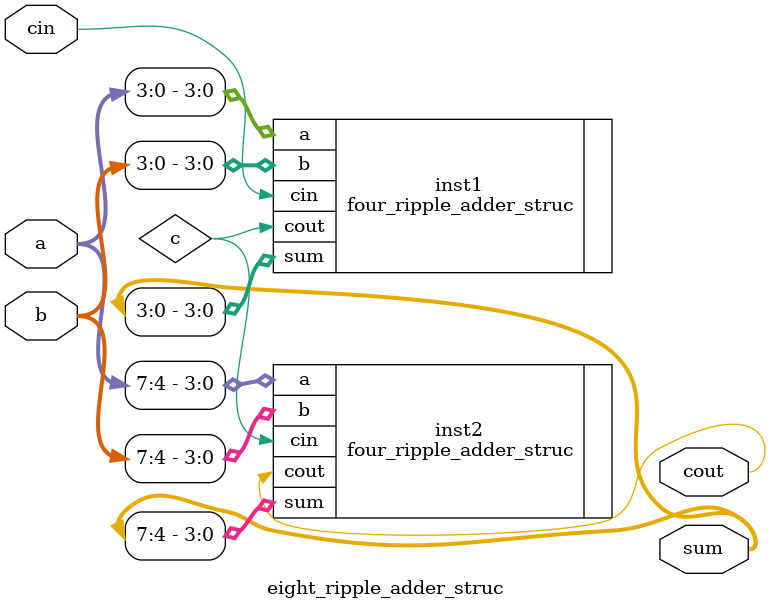
<source format=v>
module eight_ripple_adder_struc(a,b,cin,sum,cout);

input [7:0] a, b;
input cin;

output [7:0] sum;
output cout;

wire [7:0] a,b;
wire cin;

wire [7:0] sum;
wire cout;

wire c;

four_ripple_adder_struc inst1(
.a(a[3:0]),
.b(b[3:0]),
.cin(cin),
.sum(sum[3:0]),
.cout(c)
);

four_ripple_adder_struc inst2(
.a(a[7:4]),
.b(b[7:4]),
.cin(c),
.sum(sum[7:4]),
.cout(cout)
);


endmodule

</source>
